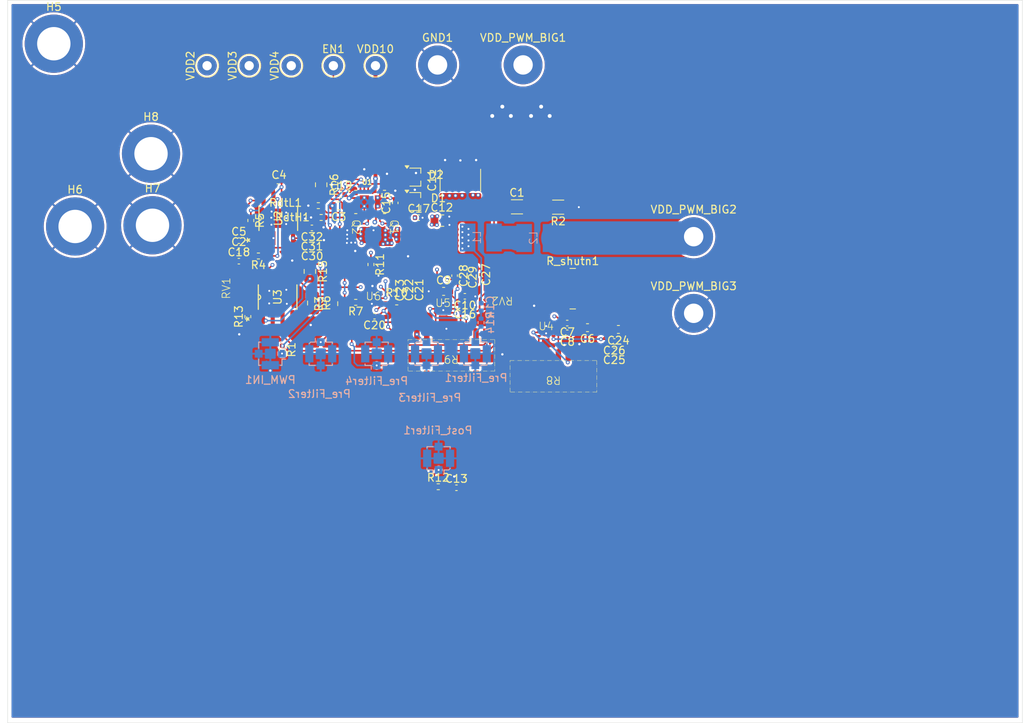
<source format=kicad_pcb>
(kicad_pcb (version 20240108) (generator "pcbnew") (generator_version "8.0")
  (layers (0 "F.Cu" signal) (1 "In1.Cu" power) (2 "In2.Cu" mixed) (31 "B.Cu" power) (34 "B.Paste" user) (35 "F.Paste" user) (36 "B.SilkS" user "B.Silkscreen") (37 "F.SilkS" user "F.Silkscreen") (38 "B.Mask" user) (39 "F.Mask" user) (44 "Edge.Cuts" user))
  (net 0 "")
  (net 1 "GND")
  (net 2 "Net-(U1-DLH)")
  (net 3 "Net-(U1-DHL)")
  (net 4 "/BST1")
  (net 5 "/HS1")
  (net 6 "/HB1")
  (net 7 "/VCC1")
  (net 8 "/VDD10")
  (net 9 "/EN1")
  (net 10 "/LO1")
  (net 11 "Net-(C1-Pad1)")
  (net 12 "/Pre_Filter1")
  (net 13 "/HO1")
  (net 14 "Net-(U1-PWM{slash}LI)")
  (net 15 "Net-(U2-OUTB)")
  (net 16 "Net-(U2-INB-)")
  (net 17 "+5V")
  (net 18 "/VDD_PWM_Big")
  (net 19 "Net-(C13-Pad1)")
  (net 20 "Net-(C14-Pad1)")
  (net 21 "/Post_Filter")
  (net 22 "/PWM_External")
  (net 23 "Net-(U2-INA+)")
  (net 24 "Net-(U2-OUTA)")
  (net 25 "Net-(U3-VS-)")
  (net 26 "-1V")
  (net 27 "Net-(U4-IN-)")
  (net 28 "Net-(R8-Pad10)")
  (net 29 "Net-(R8-Pad11)")
  (net 30 "Net-(R8-Pad15)")
  (net 31 "/V_sens")
  (net 32 "Net-(U4-IN+)")
  (net 33 "Net-(R8-Pad13)")
  (net 34 "/V_ref")
  (net 35 "Net-(U5-OUT)")
  (net 36 "Net-(U5-IN-)")
  (net 37 "Net-(R9-Pad10)")
  (net 38 "Net-(R9-Pad15)")
  (net 39 "Net-(R9-Pad11)")
  (net 40 "Net-(U5-IN+)")
  (net 41 "Net-(R9-Pad13)")
  (net 42 "/PWM_Small")
  (net 44 "/V_Error")
  (net 51 "Net-(C1-Pad2)")
  (net 52 "Net-(U6-IN-)")
  (net 56 "+2V")
  (net 57 "/OUT")
  (net 58 "-2V")
  (net 59 "Net-(T1-AA)")
  (net 60 "Net-(T1-SA)")
  (net 61 "Net-(T1-SB)")
  (net 62 "/V_diffsense")
  (net 63 "Net-(U3-INA-)")
  (net 64 "Net-(U3-INB-)")
  (net 65 "/+I_OUT")
  (net 66 "/-I_OUT")
  (footprint "Resistor_SMD:R_0402_1005Metric" (layer "F.Cu") (at 109.338 44.3894 -90)
    (property "Reference" "R5")
    (property "Value" "150")
  )
  (footprint "Capacitor_SMD:C_0402_1005Metric" (layer "F.Cu") (at 127.946 42.124 90)
    (property "Reference" "C15")
    (property "Value" "1u")
  )
  (footprint "TestPoint:TestPoint_THTPad_D2.5mm_Drill1.2mm" (layer "F.Cu") (at 119.9755 24.443)
    (property "Reference" "EN1")
    (property "Value" "MountingHole_Pad")
  )
  (footprint "MountingHole:MountingHole_2.5mm_Pad_TopBottom" (layer "F.Cu") (at 133.4 24.34)
    (property "Reference" "GND1")
    (property "Value" "MountingHole_Pad")
  )
  (footprint "Package_TO_SOT_SMD:SOT-323_SC-70" (layer "F.Cu") (at 130.51 38.8)
    (property "Reference" "D2")
    (property "Value" "D_Schottky")
  )
  (footprint "Capacitor_SMD:C_0402_1005Metric" (layer "F.Cu") (at 117.206 45.346 180)
    (property "Reference" "C32")
    (property "Value" "10n")
  )
  (footprint "MyFootprints:NOMCT16031" (layer "F.Cu") (at 148.334 64.463 180)
    (property "Reference" "R8")
    (property "Value" "TOMCT16031002ZT1")
  )
  (footprint "Capacitor_SMD:C_0402_1005Metric" (layer "F.Cu") (at 117.235 47.818 180)
    (property "Reference" "C30")
    (property "Value" "10u")
  )
  (footprint "MountingHole:MountingHole_4.3mm_M4_DIN965_Pad_TopBottom" (layer "F.Cu") (at 83.951 21.608)
    (property "Reference" "H5")
    (property "Value" "MountingHole_Pad")
  )
  (footprint "Capacitor_SMD:C_0402_1005Metric" (layer "F.Cu") (at 129.886 53.336 -90)
    (property "Reference" "C21")
    (property "Value" "10u")
  )
  (footprint "Capacitor_SMD:C_0805_2012Metric" (layer "F.Cu") (at 117.387 55.026 -90)
    (property "Reference" "R6")
    (property "Value" "0")
  )
  (footprint "Resistor_SMD:R_0402_1005Metric" (layer "F.Cu") (at 118.4025 44)
    (property "Reference" "RdtH1")
    (property "Value" "1.8M")
  )
  (footprint "Resistor_SMD:R_0402_1005Metric" (layer "F.Cu") (at 108.953 56.777 90)
    (property "Reference" "R13")
    (property "Value" "150")
  )
  (footprint "MyFootprints:NOMCT16031" (layer "F.Cu") (at 135.183 61.761 180)
    (property "Reference" "R9")
    (property "Value" "TOMCT16031002ZT1")
  )
  (footprint "Capacitor_SMD:C_0402_1005Metric" (layer "F.Cu") (at 135.835 78.829)
    (property "Reference" "C13")
    (property "Value" "10n")
  )
  (footprint "TestPoint:TestPoint_THTPad_D2.5mm_Drill1.2mm" (layer "F.Cu") (at 109.1265 24.443 90)
    (property "Reference" "VDD3")
    (property "Value" "MountingHole_Pad")
  )
  (footprint "MyResistors:EPC8009" (layer "F.Cu") (at 127.31 45.261 -90)
    (property "Reference" "Q1")
    (property "Value" "Q_NMOS_GSD")
  )
  (footprint "Capacitor_SMD:C_0805_2012Metric" (layer "F.Cu") (at 116.949 50.9484 -90)
    (property "Reference" "R15")
    (property "Value" "0")
  )
  (footprint "MyFootprints:OPA859QDSGRQ1" (layer "F.Cu") (at 134.11 55.523)
    (property "Reference" "U5")
    (property "Value" "OPA859QDSGRQ1")
  )
  (footprint "MyFootprints:POT_ 3214W-1-201E" (layer "F.Cu") (at 141.738 54.225 180)
    (property "Reference" "RV2")
    (property "Value" "200")
  )
  (footprint "Resistor_SMD:R_0402_1005Metric" (layer "F.Cu") (at 110.316 48.9624 180)
    (property "Reference" "R4")
    (property "Value" "150")
  )
  (footprint "Capacitor_SMD:C_0603_1608Metric" (layer "F.Cu") (at 120.663 42.498 180)
    (property "Reference" "C3")
    (property "Value" "4.7u")
  )
  (footprint "Resistor_SMD:R_1206_3216Metric" (layer "F.Cu") (at 143.634 42.626)
    (property "Reference" "C1")
    (property "Value" "70p")
  )
  (footprint "Capacitor_SMD:C_0402_1005Metric" (layer "F.Cu") (at 135.593 51.494 -90)
    (property "Reference" "C28")
    (property "Value" "1u")
  )
  (footprint "MountingHole:MountingHole_4.3mm_M4_DIN965_Pad_TopBottom" (layer "F.Cu") (at 86.698 45.159)
    (property "Reference" "H6")
    (property "Value" "MountingHole_Pad")
  )
  (footprint "Capacitor_SMD:C_0402_1005Metric" (layer "F.Cu") (at 127.385 53.376 -90)
    (property "Reference" "C23")
    (property "Value" "10n")
  )
  (footprint "MountingHole:MountingHole_4.3mm_M4_DIN965_Pad_TopBottom" (layer "F.Cu") (at 96.478 35.779)
    (property "Reference" "H8")
    (property "Value" "MountingHole_Pad")
  )
  (footprint "Capacitor_SMD:C_0402_1005Metric" (layer "F.Cu") (at 120.95 41.048)
    (property "Reference" "C19")
    (property "Value" "1u")
  )
  (footprint "Capacitor_SMD:C_0402_1005Metric" (layer "F.Cu") (at 117.206 46.569 180)
    (property "Reference" "C31")
    (property "Value" "1u")
  )
  (footprint "Capacitor_SMD:C_0603_1608Metric" (layer "F.Cu") (at 152.722 58.2 180)
    (property "Reference" "C6")
    (property "Value" "10u")
  )
  (footprint "TestPoint:TestPoint_THTPad_D2.5mm_Drill1.2mm" (layer "F.Cu") (at 114.551 24.443 90)
    (property "Reference" "VDD4")
    (property "Value" "MountingHole_Pad")
  )
  (footprint "MyFootprints:POT_ 3214W-1-201E" (layer "F.Cu") (at 106.677 53.1244 90)
    (property "Reference" "RV1")
    (property "Value" "200")
  )
  (footprint "Resistor_SMD:R_0402_1005Metric" (layer "F.Cu") (at 128.14 54.881)
    (property "Reference" "R10")
    (property "Value" "150")
  )
  (footprint "MyFootprints:OPA859QDSGRQ1" (layer "F.Cu") (at 147.397 58.52)
    (property "Reference" "U4")
    (property "Value" "OPA859QDSGRQ1")
  )
  (footprint "Capacitor_SMD:C_0603_1608Metric" (layer "F.Cu") (at 138.226 51.37 -90)
    (property "Reference" "C27")
    (property "Value" "10u")
  )
  (footprint "Capacitor_SMD:C_0402_1005Metric" (layer "F.Cu") (at 136.763 51.701 -90)
    (property "Reference" "C29")
    (property "Value" "10n")
  )
  (footprint "Capacitor_SMD:C_0402_1005Metric" (layer "F.Cu") (at 107.798 46.9824)
    (property "Reference" "C5")
    (property "Value" "10n")
  )
  (footprint "Capacitor_SMD:C_0402_1005Metric" (layer "F.Cu") (at 128.573 53.336 -90)
    (property "Reference" "C22")
    (property "Value" "1u")
  )
  (footprint "Capacitor_SMD:C_0402_1005Metric" (layer "F.Cu") (at 150.109 57.605 180)
    (property "Reference" "C7")
    (property "Value" "1u")
  )
  (footprint "Resistor_SMD:R_0402_1005Metric" (layer "F.Cu") (at 118.036 42.474)
    (property "Reference" "RdtL1")
    (property "Value" "1.8M")
  )
  (footprint "Capacitor_SMD:C_0402_1005Metric" (layer "F.Cu") (at 156.171 61.204 180)
    (property "Reference" "C25")
    (property "Value" "1u")
  )
  (footprint "Capacitor_SMD:C_0402_1005Metric" (layer "F.Cu") (at 156.171 59.976 180)
    (property "Reference" "C26")
    (property "Value" "10n")
  )
  (footprint "Capacitor_SMD:C_0402_1005Metric" (layer "F.Cu") (at 136.918 54.158 180)
    (property "Reference" "C10")
    (property "Value" "1u")
  )
  (footprint "Capacitor_SMD:C_0805_2012Metric" (layer "F.Cu") (at 119.802 55.107 90)
    (property "Reference" "R3")
    (property "Value" "0")
  )
  (footprint "MountingHole:MountingHole_2.5mm_Pad_TopBottom" (layer "F.Cu") (at 166.402 56.349)
    (property "Reference" "VDD_PWM_BIG3")
    (property "Value" "MountingHole_Pad")
  )
  (footprint "MyResistors:EPC8009" (layer "F.Cu") (at 122.406 45.251 -90)
    (property "Reference" "Q2")
    (property "Value" "Q_NMOS_GSD")
  )
  (footprint "Capacitor_SMD:C_0603_1608Metric" (layer "F.Cu") (at 134.184 53.52)
    (property "Reference" "C9")
    (property "Value" "10u")
  )
  (footprint "Capacitor_SMD:C_0402_1005Metric" (layer "F.Cu") (at 112.819 39.2984 180)
    (property "Reference" "C4")
    (property "Value" "27p")
  )
  (footprint "Resistor_SMD:R_1020_2550Metric_Pad1.33x5.20mm_HandSolder" (layer "F.Cu") (at 150.8195 53.174)
    (property "Reference" "R_shutn1")
    (property "Value" "0.1")
  )
  (footprint "Capacitor_SMD:C_0402_1005Metric" (layer "F.Cu") (at 107.798 48.3069)
    (property "Reference" "C2")
    (property "Value" "10u")
  )
  (footprint "Resistor_SMD:R_0402_1005Metric" (layer "F.Cu") (at 113.403 61.039 -90)
    (property "Reference" "R1")
    (property "Value" "49.9")
  )
  (footprint "Resistor_SMD:R_0402_1005Metric" (layer "F.Cu") (at 124.815 50.06 -90)
    (property "Reference" "R11")
    (property "Value" "10k")
  )
  (footprint "Drivers:IC_LMG1210RVRR" (layer "F.Cu") (at 124.7125 42)
    (property "Reference" "U1")
    (property "Value" "LMG1210RVRR")
  )
  (footprint "Package_TO_SOT_SMD:SOT-323_SC-70" (layer "F.Cu") (at 130.5 41.95)
    (property "Reference" "D1")
    (property "Value" "D_Schottky")
  )
  (footprint "Resistor_SMD:R_0402_1005Metric" (layer "F.Cu") (at 133.493 78.699)
    (property "Reference" "R12")
    (property "Value" "49.9")
  )
  (footprint "Capacitor_SMD:C_0603_1608Metric" (layer "F.Cu") (at 156.704 58.425 180)
    (property "Reference" "C24")
    (property "Value" "10u")
  )
  (footprint "TestPoint:TestPoint_THTPad_D2.5mm_Drill1.2mm" (layer "F.Cu") (at 103.702 24.443 90)
    (property "Reference" "VDD2")
    (property "Value" "MountingHole_Pad")
  )
  (footprint "footprints:DDA8_3X2P49" (layer "F.Cu") (at 112.791 54.2614 90)
    (property "Reference" "U3")
    (property "Value" "OPA2677IDDA")
  )
  (footprint "Capacitor_SMD:C_0402_1005Metric" (layer "F.Cu") (at 150.118 58.864 180)
    (property "Reference" "C8")
    (property "Value" "10n")
  )
  (footprint "Capacitor_SMD:C_0805_2012Metric" (layer "F.Cu") (at 118.404 39.786 -90)
    (property "Reference" "R16")
    (property "Value" "0")
  )
  (footprint "Capacitor_SMD:C_0402_1005Metric" (layer "F.Cu") (at 130.975 44.022)
    (property "Reference" "C17")
    (property "Value" "1u")
  )
  (footprint "MountingHole:MountingHole_4.3mm_M4_DIN965_Pad_TopBottom" (layer "F.Cu") (at 96.667 45.005)
    (property "Reference" "H7")
    (property "Value" "MountingHole_Pad")
  )
  (footprint "Capacitor_SMD:C_0402_1005Metric" (layer "F.Cu") (at 107.798 49.6314)
    (property "Reference" "C18")
    (property "Value" "1u")
  )
  (footprint "MyFootprints:OPA859QDSGRQ1" (layer "F.Cu") (at 125.136 54.654)
    (property "Reference" "U6")
    (property "Value" "OPA859QDSGRQ1")
  )
  (footprint "Capacitor_SMD:C_0402_1005Metric" (layer "F.Cu") (at 136.918 55.317 180)
    (property "Reference" "C16")
    (property "Value" "10n")
  )
  (footprint "footprints:DDA8_3X2P49" (layer "F.Cu") (at 112.878 44.0994 90)
    (property "Reference" "U2")
    (property "Value" "OPA2677IDDA")
  )
  (footprint "Capacitor_SMD:C_2220_5750Metric" (layer "F.Cu") (at 136.34 39.196 90)
    (property "Reference" "C11")
    (property "Value" "10u")
  )
  (footprint "Resistor_SMD:R_0402_1005Metric" (layer "F.Cu") (at 122.856 54.933 180)
    (property "Reference" "R7")
    (property "Value" "150")
  )
  (footprint "MountingHole:MountingHole_2.5mm_Pad_TopBottom" (layer "F.Cu") (at 166.402 46.471)
    (property "Reference" "VDD_PWM_BIG2")
    (property "Value" "MountingHole_Pad")
  )
  (footprint "Capacitor_SMD:C_0805_2012Metric" (layer "F.Cu") (at 133.95 44.4)
    (property "Reference" "C12")
    (property "Value" "10n")
  )
  (footprint "MountingHole:MountingHole_2.5mm_Pad_TopBottom" (layer "F.Cu") (at 144.422 24.34)
    (property "Reference" "VDD_PWM_BIG1")
    (property "Value" "MountingHole_Pad")
  )
  (footprint "Resistor_SMD:R_1206_3216Metric" (layer "F.Cu") (at 148.944 42.669 180)
    (property "Reference" "R2")
    (property "Value" "200")
  )
  (footprint "Capacitor_SMD:C_0402_1005Metric" (layer "F.Cu") (at 125.273 56.722 180)
    (property "Reference" "C20")
    (property "Value" "30p")
  )
  (footprint "TestPoint:TestPoint_THTPad_D2.5mm_Drill1.2mm" (layer "F.Cu") (at 125.4 24.443)
    (property "Reference" "VDD10")
    (property "Value" "MountingHole_Pad")
  )
  (footprint "Resistor_SMD:R_0402_1005Metric" (layer "B.Cu") (at 139.007 57.55 90)
    (property "Reference" "R14")
    (property "Value" "49.9")
  )
  (footprint "Connector_Coaxial:U.FL_Molex_MCRF_73412-0110_Vertical" (layer "B.Cu") (at 111.849 61.557 -90)
    (property "Reference" "PWM_IN1")
    (property "Value" "Conn_Coaxial")
  )
  (footprint "MyFootprints:INductor_744060421" (layer "B.Cu") (at 138.979 46.583 -90)
    (property "Reference" "L1")
    (property "Value" "1u")
  )
  (footprint "MyFootprints:INductor_744060421" (layer "B.Cu") (at 146.257 46.645 -90)
    (property "Reference" "L2")
    (property "Value" "1.5u")
  )
  (footprint "Connector_Coaxial:U.FL_Molex_MCRF_73412-0110_Vertical" (layer "B.Cu") (at 133.537 75.035 180)
    (property "Reference" "Post_Filter1")
    (property "Value" "Conn_Coaxial")
  )
  (footprint "Connector_Coaxial:U.FL_Molex_MCRF_73412-0110_Vertical" (layer "B.Cu") (at 125.555 61.568 180)
    (property "Reference" "Pre_Filter4")
    (property "Value" "Conn_Coaxial")
  )
  (footprint "Capacitor_SMD:C_0402_1005Metric" (layer "B.Cu") (at 139.023 55.524 90)
    (property "Reference" "C14")
    (property "Value" "10n")
  )
  (footprint "Connector_Coaxial:U.FL_Molex_MCRF_73412-0110_Vertical" (layer "B.Cu") (at 138.271 61.544)
    (property "Reference" "Pre_Filter1")
    (property "Value" "Conn_Coaxial")
  )
  (footprint "Connector_Coaxial:U.FL_Molex_MCRF_73412-0110_Vertical" (layer "B.Cu") (at 131.978 61.558)
    (property "Reference" "Pre_Filter3")
    (property "Value" "Conn_Coaxial")
  )
  (footprint "Connector_Coaxial:U.FL_Molex_MCRF_73412-0110_Vertical" (layer "B.Cu") (at 118.348 61.561)
    (property "Reference" "Pre_Filter2")
    (property "Value" "Conn_Coaxial")
  )
  (gr_rect (start 78 16) (end 208.766 109.129) (stroke (width 0.05)) (fill none) (layer "Edge.Cuts"))
  (segment (start 137.398 54.158) (end 138.252 54.158) (width 0.2) (layer "F.Cu") (net 1))
  (segment (start 131.455 44.022) (end 131.467 44.034) (width 0.2) (layer "F.Cu") (net 1))
  (segment (start 112.243 46.6648) (end 112.2462 46.6648) (width 0.2) (layer "F.Cu") (net 1))
  (segment (start 151.605 42.669) (end 150.4065 42.669) (width 0.2) (layer "F.Cu") (net 1))
  (segment (start 138.252 54.158) (end 138.266 54.172) (width 0.2) (layer "F.Cu") (net 1))
  (segment (start 134.11 55.913) (end 134.141 55.944) (width 0.2) (layer "F.Cu") (net 1))
  (segment (start 135.525 77.378) (end 135.55 77.378) (width 0.2) (layer "F.Cu") (net 1))
  (segment (start 124.601 55.408) (end 125.136 54.873) (width 0.2) (layer "F.Cu") (net 1))
  (segment (start 134.546 58.336) (end 134.542 58.34) (width 0.2) (layer "F.Cu") (net 1))
  (segment (start 124.186 55.404) (end 124.597 55.404) (width 0.2) (layer "F.Cu") (net 1))
  (segment (start 112.878 44.0994) (end 111.914 44.0994) (width 0.2) (layer "F.Cu") (net 1))
  (segment (start 112.878 43.4644) (end 112.891 43.4514) (width 0.2) (layer "F.Cu") (net 1))
  (segment (start 125.009 52.83) (end 125.009 54.527) (width 0.2) (layer "F.Cu") (net 1))
  (segment (start 133.409 53.52) (end 132.267 53.52) (width 0.2) (layer "F.Cu") (net 1))
  (segment (start 112.878 44.7924) (end 112.891 44.8054) (width 0.2) (layer "F.Cu") (net 1))
  (segment (start 123.9625 43.4) (end 123.9625 42.6) (width 0.2) (layer "F.Cu") (net 1))
  (segment (start 124.597 55.404) (end 124.601 55.408) (width 0.2) (layer "F.Cu") (net 1))
  (segment (start 147.397 58.52) (end 147.397 59.065) (width 0.2) (layer "F.Cu") (net 1))
  (segment (start 138.205 55.307) (end 138.195 55.317) (width 0.2) (layer "F.Cu") (net 1))
  (segment (start 125.787 51.507) (end 125.752 51.507) (width 0.2) (layer "F.Cu") (net 1))
  (segment (start 134.11 55.523) (end 134.11 55.913) (width 0.2) (layer "F.Cu") (net 1))
  (segment (start 147.713 61.024) (end 147.713 58.836) (width 0.2) (layer "F.Cu") (net 1))
  (segment (start 122.8125 42) (end 123.9625 42) (width 0.2) (layer "F.Cu") (net 1))
  (segment (start 112.2462 46.6648) (end 112.252 46.659) (width 0.2) (layer "F.Cu") (net 1))
  (segment (start 117.526 42.474) (end 116.746 42.474) (width 0.2) (layer "F.Cu") (net 1))
  (segment (start 147.397 58.52) (end 147.397 58.001) (width 0.2) (layer "F.Cu") (net 1))
  (segment (start 132.267 53.52) (end 132.262 53.515) (width 0.2) (layer "F.Cu") (net 1))
  (segment (start 120.47 41.048) (end 120.47 40.333) (width 0.2) (layer "F.Cu") (net 1))
  (segment (start 134.11 55.523) (end 134.11 55.045) (width 0.2) (layer "F.Cu") (net 1))
  (segment (start 111.914 44.0994) (end 111.895 44.1184) (width 0.2) (layer "F.Cu") (net 1))
  (segment (start 147.397 58.001) (end 147.396 58) (width 0.2) (layer "F.Cu") (net 1))
  (segment (start 125.752 51.507) (end 124.815 50.57) (width 0.2) (layer "F.Cu") (net 1))
  (segment (start 112.878 44.0994) (end 112.878 44.7924) (width 0.2) (layer "F.Cu") (net 1))
  (segment (start 134.548 58.336) (end 134.546 58.336) (width 0.2) (layer "F.Cu") (net 1))
  (segment (start 147.397 59.065) (end 147.602 59.27) (width 0.2) (layer "F.Cu") (net 1))
  (segment (start 125.136 54.873) (end 125.136 54.654) (width 0.2) (layer "F.Cu") (net 1))
  (segment (start 125.009 54.527) (end 125.136 54.654) (width 0.2) (layer "F.Cu") (net 1))
  (segment (start 138.195 55.317) (end 137.398 55.317) (width 0.2) (layer "F.Cu") (net 1))
  (segment (start 147.713 58.836) (end 147.397 58.52) (width 0.2) (layer "F.Cu") (net 1))
  (segment (start 117.8925 44) (end 117.1 44) (width 0.2) (layer "F.Cu") (net 1))
  (segment (start 125.136 55.146) (end 125.146 55.156) (width 0.2) (layer "F.Cu") (net 1))
  (segment (start 134.11 55.045) (end 134.128 55.027) (width 0.2) (layer "F.Cu") (net 1))
  (segment (start 131.467 44.034) (end 131.468 44.034) (width 0.2) (layer "F.Cu") (net 1))
  (segment (start 120.47 40.333) (end 120.544 40.259) (width 0.2) (layer "F.Cu") (net 1))
  (segment (start 112.878 44.0994) (end 112.878 43.4644) (width 0.2) (layer "F.Cu") (net 1))
  (segment (start 120.175 42.493) (end 120.182 42.5) (width 0.2) (layer "F.Cu") (net 1))
  (segment (start 147.699 61.038) (end 147.713 61.024) (width 0.2) (layer "F.Cu") (net 1))
  (via (at 132.23 76.685) (size 0.6) (drill 0.3) (layers "F.Cu" "B.Cu") (net 1))
  (via (at 136.34 36.646) (size 0.6) (drill 0.3) (layers "F.Cu" "B.Cu") (net 1))
  (via (at 121.766 45.651) (size 0.5) (drill 0.25) (layers "F.Cu" "B.Cu") (net 1))
  (via (at 121.766 46.741) (size 0.5) (drill 0.25) (layers "F.Cu" "B.Cu") (net 1))
  (via (at 122.792215 48.315193) (size 0.6) (drill 0.3) (layers "F.Cu" "B.Cu") (net 1))
  (via (at 111.975 44.0244) (size 0.5) (drill 0.25) (layers "F.Cu" "B.Cu") (net 1))
  (via (at 134.91 43.886) (size 0.5) (drill 0.25) (layers "F.Cu" "B.Cu") (net 1))
  (via (at 125.787 51.507) (size 0.5) (drill 0.25) (layers "F.Cu" "B.Cu") (net 1))
  (via (at 131.468 44.034) (size 0.5) (drill 0.25) (layers "F.Cu" "B.Cu") (net 1))
  (via (at 145.844 55.376) (size 0.6) (drill 0.3) (layers "F.Cu" "B.Cu") (net 1))
  (via (at 151.605 42.669) (size 0.5) (drill 0.25) (layers "F.Cu" "B.Cu") (net 1))
  (via (at 126.882804 38.372438) (size 0.6) (drill 0.3) (layers "F.Cu" "B.Cu") (net 1))
  (via (at 135.55 77.378) (size 0.6) (drill 0.3) (layers "F.Cu" "B.Cu") (net 1))
  (via (at 130.62 38.27) (size 0.6) (drill 0.3) (layers "F.Cu" "B.Cu") (net 1))
  (via (at 117.056 57.855) (size 0.6) (drill 0.3) (layers "F.Cu" "B.Cu") (net 1))
  (via (at 134.542 58.34) (size 0.5) (drill 0.25) (layers "F.Cu" "B.Cu") (net 1))
  (via (at 149.733 60.434) (size 0.6) (drill 0.3) (layers "F.Cu" "B.Cu") (net 1))
  (via (at 123.956 37.785) (size 0.6) (drill 0.3) (layers "F.Cu" "B.Cu") (net 1))
  (via (at 147.389 58.93) (size 0.5) (drill 0.25) (layers "F.Cu" "B.Cu") (net 1))
  (via (at 132.262 53.515) (size 0.5) (drill 0.25) (layers "F.Cu" "B.Cu") (net 1))
  (via (at 147.396 58) (size 0.5) (drill 0.25) (layers "F.Cu" "B.Cu") (net 1))
  (via (at 121.716 47.281) (size 0.5) (drill 0.25) (layers "F.Cu" "B.Cu") (net 1))
  (via (at 138.205 55.307) (size 0.5) (drill 0.25) (layers "F.Cu" "B.Cu") (net 1))
  (via (at 111.994 44.9334) (size 0.5) (drill 0.25) (layers "F.Cu" "B.Cu") (net 1))
  (via (at 111.715 53.455) (size 0.5) (drill 0.25) (layers "F.Cu" "B.Cu") (net 1))
  (via (at 134.128 55.027) (size 0.5) (drill 0.25) (layers "F.Cu" "B.Cu") (net 1))
  (via (at 141.747 29.719) (size 1) (drill 0.5) (layers "F.Cu" "B.Cu") (net 1))
  (via (at 151.673 60.326) (size 0.6) (drill 0.3) (layers "F.Cu" "B.Cu") (net 1))
  (via (at 116.746 42.474) (size 0.6) (drill 0.3) (layers "F.Cu" "B.Cu") (net 1))
  (via (at 121.746 46.211) (size 0.5) (drill 0.25) (layers "F.Cu" "B.Cu") (net 1))
  (via (at 142.847 30.919) (size 1) (drill 0.5) (layers "F.Cu" "B.Cu") (net 1))
  (via (at 124.936 55.126) (size 0.5) (drill 0.25) (layers "F.Cu" "B.Cu") (net 1))
  (via (at 111.849 63.732) (size 0.6) (drill 0.3) (layers "F.Cu" "B.Cu") (net 1))
  (via (at 122.276 47.241) (size 0.5) (drill 0.25) (layers "F.Cu" "B.Cu") (net 1))
  (via (at 118.757 46.917) (size 0.6) (drill 0.3) (layers "F.Cu" "B.Cu") (net 1))
  (via (at 130.472 40.429) (size 0.6) (drill 0.3) (layers "F.Cu" "B.Cu") (net 1))
  (via (at 125.009 52.83) (size 0.6) (drill 0.3) (layers "F.Cu" "B.Cu") (net 1))
  (via (at 141.751 61.635) (size 0.6) (drill 0.3) (layers "F.Cu" "B.Cu") (net 1))
  (via (at 112.252 46.659) (size 0.5) (drill 0.25) (layers "F.Cu" "B.Cu") (net 1))
  (via (at 119.8 39.762) (size 0.6) (drill 0.3) (layers "F.Cu" "B.Cu") (net 1))
  (via (at 122.786 47.241) (size 0.5) (drill 0.25) (layers "F.Cu" "B.Cu") (net 1))
  (via (at 125.23 53.916) (size 0.5) (drill 0.25) (layers "F.Cu" "B.Cu") (net 1))
  (via (at 134.141 55.944) (size 0.5) (drill 0.25) (layers "F.Cu" "B.Cu") (net 1))
  (via (at 116.35 44.143) (size 0.6) (drill 0.3) (layers "F.Cu" "B.Cu") (net 1))
  (via (at 140.447 30.919) (size 1) (drill 0.5) (layers "F.Cu" "B.Cu") (net 1))
  (via (at 107.845 59.056) (size 0.6) (drill 0.3) (layers "F.Cu" "B.Cu") (net 1))
  (via (at 127.954 40.551) (size 0.6) (drill 0.3) (layers "F.Cu" "B.Cu") (net 1))
  (via (at 129.6 49) (size 0.6) (drill 0.3) (layers "F.Cu" "B.Cu") (net 1))
  (via (at 117.1 44) (size 0.6) (drill 0.3) (layers "F.Cu" "B.Cu") (net 1))
  (via (at 145.447 30.919) (size 1) (drill 0.5) (layers "F.Cu" "B.Cu") (net 1))
  (via (at 113.892 44.8484) (size 0.5) (drill 0.25) (layers "F.Cu" "B.Cu") (net 1))
  (via (at 147.847 30.919) (size 1) (drill 0.5) (layers "F.Cu" "B.Cu") (net 1))
  (via (at 134.931 44.959) (size 0.5) (drill 0.25) (layers "F.Cu" "B.Cu") (net 1))
  (via (at 119.838 42.491) (size 0.6) (drill 0.3) (layers "F.Cu" "B.Cu") (net 1))
  (via (at 124.4 38.9) (size 0.6) (drill 0.3) (layers "F.Cu" "B.Cu") (net 1))
  (via (at 113.977 55.123) (size 0.5) (drill 0.25) (layers "F.Cu" "B.Cu") (net 1))
  (via (at 134.37 36.601) (size 0.6) (drill 0.3) (layers "F.Cu" "B.Cu") (net 1))
  (via (at 138.37 36.601) (size 0.6) (drill 0.3) (layers "F.Cu" "B.Cu") (net 1))
  (via (at 113.897 43.3644) (size 0.5) (drill 0.25) (layers "F.Cu" "B.Cu") (net 1))
  (via (at 120.544 40.259) (size 0.5) (drill 0.25) (layers "F.Cu" "B.Cu") (net 1))
  (via (at 118.711 45.266) (size 0.6) (drill 0.3) (layers "F.Cu" "B.Cu") (net 1))
  (via (at 146.747 29.719) (size 1) (drill 0.5) (layers "F.Cu" "B.Cu") (net 1))
  (via (at 113.897 44.0804) (size 0.5) (drill 0.25) (layers "F.Cu" "B.Cu") (net 1))
  (via (at 138.266 54.172) (size 0.5) (drill 0.25) (layers "F.Cu" "B.Cu") (net 1))
  (via (at 112.013 43.2324) (size 0.5) (drill 0.25) (layers "F.Cu" "B.Cu") (net 1))
  (via (at 125.148 45.649) (size 0.5) (drill 0.25) (layers "F.Cu" "B.Cu") (net 1))
  (via (at 114.673 49.553) (size 0.6) (drill 0.3) (layers "F.Cu" "B.Cu") (net 1))
  (via (at 111.706 55.076) (size 0.5) (drill 0.25) (layers "F.Cu" "B.Cu") (net 1))
  (via (at 113.913 53.318) (size 0.5) (drill 0.25) (layers "F.Cu" "B.Cu") (net 1))
  (segment (start 111.849 63.032) (end 111.849 63.732) (width 0.2) (layer "B.Cu") (net 1))
  (segment (start 111.349 62.532) (end 111.849 63.032) (width 0.2) (layer "B.Cu") (net 1))
  (segment (start 123.4625 43.4) (end 123.4625 43.893433) (width 0.2) (layer "F.Cu") (net 2))
  (segment (start 123.355933 44) (end 118.9125 44) (width 0.2) (layer "F.Cu") (net 2))
  (segment (start 123.4625 43.893433) (end 123.355933 44) (width 0.2) (layer "F.Cu") (net 2))
  (segment (start 122.8125 43.2245) (end 122.66 43.377) (width 0.2) (layer "F.Cu") (net 3))
  (segment (start 122.66 43.377) (end 119.817 43.377) (width 0.2) (layer "F.Cu") (net 3))
  (segment (start 119.817 43.377) (end 119.131 43.377) (width 0.2) (layer "F.Cu") (net 3))
  (segment (start 122.8125 43) (end 122.8125 43.2245) (width 0.2) (layer "F.Cu") (net 3))
  (segment (start 118.546 42.792) (end 118.546 42.474) (width 0.2) (layer "F.Cu") (net 3))
  (segment (start 119.131 43.377) (end 118.546 42.792) (width 0.2) (layer "F.Cu") (net 3))
  (segment (start 129.5 40.946) (end 128.107 39.553) (width 0.2) (layer "F.Cu") (net 4))
  (segment (start 129.51 38.15) (end 128.107 39.553) (width 0.2) (layer "F.Cu") (net 4))
  (segment (start 124.913 39.677) (end 127.983 39.677) (width 0.2) (layer "F.Cu") (net 4))
  (segment (start 129.5 41.3) (end 129.5 40.946) (width 0.2) (layer "F.Cu") (net 4))
  (segment (start 124.4625 40.1375) (end 124.4625 40.6) (width 0.2) (layer "F.Cu") (net 4))
  (segment (start 124.66352 39.93648) (end 124.66352 39.92648) (width 0.2) (layer "F.Cu") (net 4))
  (segment (start 124.66352 39.93648) (end 124.4625 40.1375) (width 0.2) (layer "F.Cu") (net 4))
  (segment (start 127.983 39.677) (end 128.107 39.553) (width 0.2) (layer "F.Cu") (net 4))
  (segment (start 124.66352 39.92648) (end 124.913 39.677) (width 0.2) (layer "F.Cu") (net 4))
  (segment (start 125.7875 41.5) (end 125.6875 41.4) (width 0.2) (layer "F.Cu") (net 5))
  (segment (start 124.815 49.55) (end 124.815 48.538) (width 0.2) (layer "F.Cu") (net 5))
  (segment (start 125.9625 41.125) (end 125.6875 41.4) (width 0.2) (layer "F.Cu") (net 5))
  (segment (start 126.6325 41.52) (end 126.6125 41.5) (width 0.2) (layer "F.Cu") (net 5))
  (segment (start 127.772182 41.65) (end 127.622182 41.5) (width 0.2) (layer "F.Cu") (net 5))
  (segment (start 125.4625 44.4515) (end 125.4625 43.4) (width 0.2) (layer "F.Cu") (net 5))
  (segment (start 125.4625 43.4) (end 125.4625 42.225) (width 0.2) (layer "F.Cu") (net 5))
  (segment (start 125.317 44.597) (end 125.4625 44.4515) (width 0.2) (layer "F.Cu") (net 5))
  (segment (start 127.622182 41.5) (end 127.318 41.5) (width 0.2) (layer "F.Cu") (net 5))
  (segment (start 126.6125 42) (end 125.6875 42) (width 0.2) (layer "F.Cu") (net 5))
  (segment (start 128 41.65) (end 127.772182 41.65) (width 0.2) (layer "F.Cu") (net 5))
  (segment (start 125.9625 40.6) (end 125.9625 41.125) (width 0.2) (layer "F.Cu") (net 5))
  (segment (start 126.6125 41.5) (end 126.1875 41.5) (width 0.2) (layer "F.Cu") (net 5))
  (segment (start 126.1875 41.5) (end 125.6875 42) (width 0.2) (layer "F.Cu") (net 5))
  (segment (start 125.4625 42.225) (end 125.6875 42) (width 0.2) (layer "F.Cu") (net 5))
  (segment (start 126.6125 41.5) (end 127.318 41.5) (width 0.2) (layer "F.Cu") (net 5))
  (via (at 125.317 44.597) (size 0.6) (drill 0.3) (layers "F.Cu" "B.Cu") (net 5))
  (via (at 127.318 41.5) (size 0.5) (drill 0.25) (layers "F.Cu" "B.Cu") (net 5))
  (via (at 137.386 45.477) (size 0.5) (drill 0.25) (layers "F.Cu" "B.Cu") (net 5))
  (via (at 123.56 45.49) (size 0.5) (drill 0.25) (layers "F.Cu" "B.Cu") (net 5))
  (via (at 126.68 46.851) (size 0.5) (drill 0.25) (layers "F.Cu" "B.Cu") (net 5))
  (via (at 137.386 47.703) (size 0.5) (drill 0.25) (layers "F.Cu" "B.Cu") (net 5))
  (via (at 127.49 47.311) (size 0.5) (drill 0.25) (layers "F.Cu" "B.Cu") (net 5))
  (via (at 126.68 46.251) (size 0.5) (drill 0.25) (layers "F.Cu" "B.Cu") (net 5))
  (via (at 124.815 48.538) (size 0.5) (drill 0.25) (layers "F.Cu" "B.Cu") (net 5))
  (via (at 137.386 46.961) (size 0.5) (drill 0.25) (layers "F.Cu" "B.Cu") (net 5))
  (via (at 123.494 46.136) (size 0.5) (drill 0.25) (layers "F.Cu" "B.Cu") (net 5))
  (via (at 123.488 46.717) (size 0.5) (drill 0.25) (layers "F.Cu" "B.Cu") (net 5))
  (via (at 136.602 46.5925) (size 0.5) (drill 0.25) (layers "F.Cu" "B.Cu") (net 5))
  (via (at 126.68 45.671) (size 0.5) (drill 0.25) (layers "F.Cu" "B.Cu") (net 5))
  (via (at 136.602 48.007) (size 0.5) (drill 0.25) (layers "F.Cu" "B.Cu") (net 5))
  (via (at 126.39 47.411) (size 0.5) (drill 0.25) (layers "F.Cu" "B.Cu") (net 5))
  (via (at 136.602 47.29975) (size 0.5) (drill 0.25) (layers "F.Cu" "B.Cu") (net 5))
  (via (at 136.602 45.88525) (size 0.5) (drill 0.25) (layers "F.Cu" "B.Cu") (net 5))
  (via (at 136.602 45.178) (size 0.5) (drill 0.25) (layers "F.Cu" "B.Cu") (net 5))
  (via (at 126.96 47.291) (size 0.5) (drill 0.25) (layers "F.Cu" "B.Cu") (net 5))
  (via (at 123.606 47.301) (size 0.5) (drill 0.25) (layers "F.Cu" "B.Cu") (net 5))
  (via (at 137.386 46.219) (size 0.5) (drill 0.25) (layers "F.Cu" "B.Cu") (net 5))
  (segment (start 139.024 55.243) (end 139.024 49.232) (width 0.2) (layer "B.Cu") (net 5))
  (segment (start 137.279 47.467) (end 137.279 46.583) (width 0.2) (layer "B.Cu") (net 5))
  (segment (start 139.024 49.232) (end 139.034 49.222) (width 0.2) (layer "B.Cu") (net 5))
  (segment (start 139.034 49.222) (end 137.279 47.467) (width 0.2) (layer "B.Cu") (net 5))
  (segment (start 130.105 43.345) (end 131.5 41.95) (width 0.2) (layer "F.Cu") (net 6))
  (segment (start 127.946 42.604) (end 128.044 42.604) (width 0.2) (layer "F.Cu") (net 6))
  (segment (start 128.785 43.345) (end 130.105 43.345) (width 0.2) (layer "F.Cu") (net 6))
  (segment (start 126.6325 42.48) (end 126.6125 42.5) (width 0.2) (layer "F.Cu") (net 6))
  (segment (start 131.5 38.81) (end 131.51 38.8) (width 0.2) (layer "F.Cu") (net 6))
  (segment (start 131.5 41.95) (end 131.5 38.81) (width 0.2) (layer "F.Cu") (net 6))
  (segment (start 126.6125 42.5) (end 127.842 42.5) (width 0.2) (layer "F.Cu") (net 6))
  (segment (start 128.044 42.604) (end 128.785 43.345) (width 0.2) (layer "F.Cu") (net 6))
  (segment (start 127.842 42.5) (end 127.946 42.604) (width 0.2) (layer "F.Cu") (net 6))
  (segment (start 121.48 42.5) (end 120.642 41.662) (width 0.2) (layer "F.Cu") (net 7))
  (segment (start 120.642 41.662) (end 119.7495 41.662) (width 0.2) (layer "F.Cu") (net 7))
  (segment (start 122.8125 42.5) (end 121.48 42.5) (width 0.2) (layer "F.Cu") (net 7))
  (segment (start 119.7495 41.662) (end 119 40.9125) (width 0.2) (layer "F.Cu") (net 7))
  (segment (start 121.5 41) (end 122 41.5) (width 0.2) (layer "F.Cu") (net 8))
  (segment (start 125.4 39) (end 125.4 24.5) (width 0.5) (layer "F.Cu") (net 8))
  (segment (start 122.8125 41.5) (end 122 41.5) (width 0.2) (layer "F.Cu") (net 8))
  (via (at 122 41.5) (size 0.6) (drill 0.3) (layers "F.Cu" "B.Cu") (net 8))
  (via (at 125.4 39) (size 0.6) (drill 0.3) (layers "F.Cu" "B.Cu") (net 8))
  (segment (start 122.8 40.7) (end 124.775 40.7) (width 0.5) (layer "B.Cu") (net 8))
  (segment (start 122 41.5) (end 122.8 40.7) (width 0.5) (layer "B.Cu") (net 8))
  (segment (start 125.4 40.075) (end 125.4 39) (width 0.5) (layer "B.Cu") (net 8))
  (segment (start 124.775 40.7) (end 125.4 40.075) (width 0.5) (layer "B.Cu") (net 8))
  (segment (start 123.9625 39.5275) (end 123.9625 40.6) (width 0.2) (layer "F.Cu") (net 9))
  (segment (start 123.0875 39.0875) (end 123.075 39.1) (width 0.15) (layer "F.Cu") (net 9))
  (segment (start 120.799 49.862) (end 121.43 50.493) (width 0.2) (layer "F.Cu") (net 9))
  (segment (start 118.348 60.061) (end 121.43 56.979) (width 0.2) (layer "F.Cu") (net 9))
  (segment (start 123.075 39.1) (end 120.8125 39.1) (width 0.15) (layer "F.Cu") (net 9))
  (segment (start 119.9755 24.443) (end 119.9755 39.042) (width 0.2) (layer "F.Cu") (net 9))
  (segment (start 121.43 56.979) (end 121.43 53.69) (width 0.2) (layer "F.Cu") (net 9))
  (segment (start 119.93 39.0875) (end 119 39.0875) (width 0.2) (layer "F.Cu") (net 9))
  (segment (start 120.8125 39.1) (end 120.8 39.0875) (width 0.15) (layer "F.Cu") (net 9))
  (segment (start 120.8 39.0875) (end 119.93 39.0875) (width 0.2) (layer "F.Cu") (net 9))
  (segment (start 120.799 44.845) (end 120.799 49.862) (width 0.2) (layer "F.Cu") (net 9))
  (segment (start 123.539 39.104) (end 123.9625 39.5275) (width 0.2) (layer "F.Cu") (net 9))
  (segment (start 123.104 39.104) (end 123.539 39.104) (width 0.2) (layer "F.Cu") (net 9))
  (segment (start 119.9755 39.042) (end 119.93 39.0875) (width 0.2) (layer "F.Cu") (net 9))
  (segment (start 121.43 50.493) (end 121.43 52.427) (width 0.2) (layer "F.Cu") (net 9))
  (via (at 118.348 60.061) (size 0.5) (drill 0.25) (layers "F.Cu" "B.Cu") (net 9))
  (via (at 121.43 52.427) (size 0.5) (drill 0.25) (layers "F.Cu" "B.Cu") (net 9))
  (via (at 123.539 39.104) (size 0.5) (drill 0.25) (layers "F.Cu" "B.Cu") (net 9))
  (via (at 121.43 53.69) (size 0.5) (drill 0.25) (layers "F.Cu" "B.Cu") (net 9))
  (via (at 120.799 44.845) (size 0.5) (drill 0.25) (layers "F.Cu" "B.Cu") (net 9))
  (segment (start 120.799 41.712) (end 123.407 39.104) (width 0.2) (layer "B.Cu") (net 9))
  (segment (start 121.43 53.69) (end 121.43 52.427) (width 0.2) (layer "B.Cu") (net 9))
  (segment (start 123.407 39.104) (end 123.539 39.104) (width 0.2) (layer "B.Cu") (net 9))
  (segment (start 120.799 44.845) (end 120.799 41.712) (width 0.2) (layer "B.Cu") (net 9))
  (segment (start 124.4625 43.4) (end 124.4625 44.649401) (width 0.2) (layer "F.Cu") (net 10))
  (segment (start 122.93686 44.791662) (end 122.376662 44.791662) (width 0.2) (layer "F.Cu") (net 10))
  (segment (start 122.376662 44.791662) (end 122.376 44.791) (width 0.2) (layer "F.Cu") (net 10))
  (segment (start 124.4625 44.649401) (end 124.320239 44.791662) (width 0.2) (layer "F.Cu") (net 10))
  (segment (start 124.306 44.861) (end 124.306 44.805901) (width 0.2) (layer "F.Cu") (net 10))
  (segment (start 124.306 44.805901) (end 124.320239 44.791662) (width 0.2) (layer "F.Cu") (net 10))
  (segment (start 122.93686 44.791662) (end 124.320239 44.791662) (width 0.2) (layer "F.Cu") (net 10))
  (via (at 124.320239 44.791662) (size 0.5) (drill 0.25) (layers "F.Cu" "B.Cu") (net 10))
  (segment (start 140.679 44.1185) (end 142.1715 42.626) (width 0.2) (layer "F.Cu") (net 11))
  (segment (start 140.679 46.583) (end 140.679 44.1185) (width 0.2) (layer "F.Cu") (net 11))
  (segment (start 143.481 46.583) (end 143.67 46.772) (width 3) (layer "B.Cu") (net 11))
  (segment (start 141.1 46.583) (end 143.481 46.583) (width 3) (layer "B.Cu") (net 11))
  (segment (start 138.271 58.796) (end 139.007 58.06) (width 0.2) (layer "B.Cu") (net 12))
  (segment (start 138.271 60.044) (end 138.271 58.796) (width 0.2) (layer "B.Cu") (net 12))
  (segment (start 126.34 44.871) (end 126.29 44.821) (width 0.2) (layer "F.Cu") (net 13))
  (segment (start 127.31 45.236) (end 126.845 44.771) (width 0.2) (layer "F.Cu") (net 13))
  (segment (start 125.9625 44.4435) (end 126.29 44.771) (width 0.2) (layer "F.Cu") (net 13))
  (segment (start 127.31 45.261) (end 127.31 45.236) (width 0.2) (layer "F.Cu") (net 13))
  (segment (start 125.9625 43.4) (end 125.9625 44.4435) (width 0.2) (layer "F.Cu") (net 13))
  (segment (start 126.845 44.771) (end 126.29 44.771) (width 0.2) (layer "F.Cu") (net 13))
  (segment (start 126.29 44.821) (end 126.29 44.771) (width 0.2) (layer "F.Cu") (net 13))
  (via (at 126.29 44.771) (size 0.5) (drill 0.25) (layers "F.Cu" "B.Cu") (net 13))
  (segment (start 123.01 39.61) (end 122.2 39.61) (width 0.2) (layer "F.Cu") (net 14))
  (segment (start 122.2 39.61) (end 121.602 39.61) (width 0.2) (layer "F.Cu") (net 14))
  (segment (start 123.4625 40.0625) (end 123.01 39.61) (width 0.2) (layer "F.Cu") (net 14))
  (segment (start 119.544 45.027) (end 119.544 45.003) (width 0.2) (layer "F.Cu") (net 14))
  (segment (start 119.544 47.4034) (end 116.949 49.9984) (width 0.2) (layer "F.Cu") (net 14))
  (segment (start 118.0504 49.9984) (end 116.949 49.9984) (width 0.2) (layer "F.Cu") (net 14))
  (segment (start 113.414 60.529) (end 113.427 60.542) (width 0.2) (layer "F.Cu") (net 14))
  (segment (start 113.403 60.529) (end 113.414 60.529) (width 0.2) (layer "F.Cu") (net 14))
  (segment (start 118.304 50.252) (end 118.0504 49.9984) (width 0.2) (layer "F.Cu") (net 14))
  (segment (start 123.4625 40.6) (end 123.4625 40.0625) (width 0.2) (layer "F.Cu") (net 14))
  (segment (start 121.602 39.61) (end 121.505 39.707) (width 0.2) (layer "F.Cu") (net 14))
  (segment (start 119.544 45.027) (end 119.544 47.4034) (width 0.2) (layer "F.Cu") (net 14))
  (segment (start 119.544 45.003) (end 119.538 44.997) (width 0.2) (layer "F.Cu") (net 14))
  (via (at 121.505 39.707) (size 0.5) (drill 0.25) (layers "F.Cu" "B.Cu") (net 14))
  (via (at 113.427 60.542) (size 0.5) (drill 0.25) (layers "F.Cu" "B.Cu") (net 14))
  (via (at 118.304 50.252) (size 0.5) (drill 0.25) (layers "F.Cu" "B.Cu") (net 14))
  (via (at 119.538 44.997) (size 0.5) (drill 0.25) (layers "F.Cu" "B.Cu") (net 14))
  (segment (start 118.309 50.257) (end 118.309 55.66) (width 0.2) (layer "B.Cu") (net 14))
  (segment (start 121.505 40.274) (end 121.505 39.707) (width 0.2) (layer "B.Cu") (net 14))
  (segment (start 118.304 50.252) (end 118.309 50.257) (width 0.2) (layer "B.Cu") (net 14))
  (segment (start 119.342 42.437) (end 121.505 40.274) (width 0.2) (layer "B.Cu") (net 14))
  (segment (start 118.309 55.66) (end 113.427 60.542) (width 0.2) (layer "B.Cu") (net 14))
  (segment (start 119.342 44.825) (end 119.342 42.437) (width 0.2) (layer "B.Cu") (net 14))
  (segment (start 119.342 44.825) (end 119.366 44.825) (width 0.2) (layer "B.Cu") (net 14))
  (segment (start 119.366 44.825) (end 119.538 44.997) (width 0.2) (layer "B.Cu") (net 14))
  (segment (start 109.517 51.379) (end 109.517 52.819) (width 0.2) (layer "F.Cu") (net 15))
  (segment (start 108.953 56.267) (end 108.3696 56.267) (width 0.2) (layer "F.Cu") (net 15))
  (segment (start 111.941 48.955) (end 109.517 51.379) (width 0.2) (layer "F.Cu") (net 15))
  (segment (start 107.7616 54.5744) (end 106.677 54.5744) (width 0.2) (layer "F.Cu") (net 15))
  (segment (start 108.3696 56.267) (end 106.677 54.5744) (width 0.2) (layer "F.Cu") (net 15))
  (segment (start 112.764 41.6084) (end 112.3174 41.6084) (width 0.2) (layer "F.Cu") (net 15))
  (segment (start 112.339 41.438) (end 112.243 41.534) (width 0.2) (layer "F.Cu") (net 15))
  (segment (start 112.339 39.2984) (end 112.339 41.438) (width 0.2) (layer "F.Cu") (net 15))
  (segment (start 112.3174 41.6084) (end 112.243 41.534) (width 0.2) (layer "F.Cu") (net 15))
  (segment (start 109.517 52.819) (end 107.7616 54.5744) (width 0.2) (layer "F.Cu") (net 15))
  (segment (start 112.751 48.955) (end 111.941 48.955) (width 0.2) (layer "F.Cu") (net 15))
  (via (at 112.751 48.955) (size 0.5) (drill 0.25) (layers "F.Cu" "B.Cu") (net 15))
  (via (at 112.764 41.6084) (size 0.5) (drill 0.25) (layers "F.Cu" "B.Cu") (net 15))
  (segment (start 112.839 41.6834) (end 112.764 41.6084) (width 0.2) (layer "B.Cu") (net 15))
  (segment (start 112.751 48.955) (end 112.839 48.867) (width 0.2) (layer "B.Cu") (net 15))
  (segment (start 112.839 48.867) (end 112.839 41.6834) (width 0.2) (layer "B.Cu") (net 15))
  (segment (start 109.338 43.1074) (end 109.342 43.1034) (width 0.2) (layer "F.Cu") (net 16))
  (segment (start 113.299 40.0794) (end 113.299 41.32) (width 0.2) (layer "F.Cu") (net 16))
  (segment (start 109.338 43.8794) (end 109.338 43.1074) (width 0.2) (layer "F.Cu") (net 16))
  (segment (start 113.299 41.32) (end 113.513 41.534) (width 0.2) (layer "F.Cu") (net 16))
  (segment (start 113.299 39.2984) (end 113.299 40.0794) (width 0.2) (layer "F.Cu") (net 16))
  (via (at 109.342 43.1034) (size 0.5) (drill 0.25) (layers "F.Cu" "B.Cu") (net 16))
  (via (at 113.299 40.0794) (size 0.5) (drill 0.25) (layers "F.Cu" "B.Cu") (net 16))
  (segment (start 109.342 43.1034) (end 110.275 43.1034) (width 0.2) (layer "B.Cu") (net 16))
  (segment (start 110.275 43.1034) (end 113.299 40.0794) (width 0.2) (layer "B.Cu") (net 16))
  (segment (start 110.886 51.348) (end 112.124 50.11) (width 0.2) (layer "F.Cu") (net 17))
  (segment (start 126.093 52.925) (end 126.805 53.637) (width 0.2) (layer "F.Cu") (net 17))
  (segment (start 128.364 54.025) (end 128.573 53.816) (width 0.2) (layer "F.Cu") (net 17))
  (segment (start 128.573 53.816) (end 129.886 53.816) (width 0.2) (layer "F.Cu") (net 17))
  (segment (start 110.886 51.696) (end 110.886 51.348) (width 0.2) (layer "F.Cu") (net 17))
  (segment (start 127.166 53.637) (end 127.385 53.856) (width 0.2) (layer "F.Cu") (net 17))
  (segment (start 127.694 54.025) (end 128.364 54.025) (width 0.2) (layer "F.Cu") (net 17))
  (segment (start 110.886 51.696) (end 110.886 51.3104) (width 0.2) (layer "F.Cu") (net 17))
  (segment (start 126.805 53.637) (end 127.166 53.637) (width 0.2) (layer "F.Cu") (net 17))
  (segment (start 127.212 53.856) (end 127.385 53.856) (width 0.2) (layer "F.Cu") (net 17))
  (via (at 112.124 50.11) (size 0.5) (drill 0.25) (layers "F.Cu" "B.Cu") (net 17))
  (via (at 126.093 52.925) (size 0.5) (drill 0.25) (layers "F.Cu" "B.Cu") (net 17))
  (segment (start 112.0946 50.1394) (end 112.124 50.11) (width 0.2) (layer "B.Cu") (net 17))
  (segment (start 112.156 50.1104) (end 112.149 50.1034) (width 0.2) (layer "B.Cu") (net 17))
  (segment (start 130.495 44.023) (end 130.478 44.04) (width 0.2) (layer "F.Cu") (net 18))
  (segment (start 130.495 44.022) (end 130.495 44.023) (width 0.2) (layer "F.Cu") (net 18))
  (via (at 138.63 41.116) (size 0.5) (drill 0.3) (layers "F.Cu" "B.Cu") (net 18))
  (via (at 135.71 41.186) (size 0.5) (drill 0.3) (layers "F.Cu" "B.Cu") (net 18))
  (via (at 128.09 46.801) (size 0.5) (drill 0.25) (layers "F.Cu" "B.Cu") (net 18))
  (via (at 128.23 45.463) (size 0.5) (drill 0.25) (layers "F.Cu" "B.Cu") (net 18))
  (via (at 136.58 41.156) (size 0.5) (drill 0.3) (layers "F.Cu" "B.Cu") (net 18))
  (via (at 132.709 43.867) (size 0.5) (drill 0.25) (layers "F.Cu" "B.Cu") (net 18))
  (via (at 134.94 41.186) (size 0.5) (drill 0.3) (layers "F.Cu" "B.Cu") (net 18))
  (via (at 133.358 43.831) (size 0.5) (drill 0.25) (layers "F.Cu" "B.Cu") (net 18))
  (via (at 130.478 44.04) (size 0.5) (drill 0.25) (layers "F.Cu" "B.Cu") (net 18))
  (via (at 137.96 41.106) (size 0.5) (drill 0.3) (layers "F.Cu" "B.Cu") (net 18))
  (via (at 134.09 41.156) (size 0.5) (drill 0.3) (layers "F.Cu" "B.Cu") (net 18))
  (via (at 128.06 46.221) (size 0.5) (drill 0.25) (layers "F.Cu" "B.Cu") (net 18))
  (via (at 132.649 44.927) (size 0.5) (drill 0.25) (layers "F.Cu" "B.Cu") (net 18))
  (via (at 133.31 44.972) (size 0.5) (drill 0.25) (layers "F.Cu" "B.Cu") (net 18))
  (segment (start 139.007 57.04) (end 139.007 56.22) (width 0.2) (layer "B.Cu") (net 20))
  (segment (start 139.007 56.22) (end 139.024 56.203) (width 0.2) (layer "B.Cu") (net 20))
  (segment (start 132.983 77.089) (end 133.537 76.535) (width 0.2) (layer "F.Cu") (net 21))
  (segment (start 132.983 78.699) (end 132.983 77.089) (width 0.2) (layer "F.Cu") (net 21))
  (via (at 133.537 76.535) (size 0.5) (drill 0.25) (layers "F.Cu" "B.Cu") (net 21))
  (segment (start 113.359 61.532) (end 113.359 61.547) (width 0.2) (layer "F.Cu") (net 22))
  (segment (start 113.403 61.549) (end 113.376 61.549) (width 0.2) (layer "F.Cu") (net 22))
  (segment (start 113.376 61.549) (end 113.359 61.532) (width 0.2) (layer "F.Cu") (net 22))
  (segment (start 113.359 61.547) (end 113.349 61.557) (width 0.2) (layer "F.Cu") (net 22))
  (via (at 113.359 61.532) (size 0.5) (drill 0.25) (layers "F.Cu" "B.Cu") (net 22))
  (segment (start 111.8974 47.891) (end 110.826 48.9624) (width 0.2) (layer "F.Cu") (net 23))
  (segment (start 113.513 47.6714) (end 113.2934 47.891) (width 0.2) (layer "F.Cu") (net 23))
  (segment (start 113.513 46.6648) (end 113.513 47.6714) (width 0.2) (layer "F.Cu") (net 23))
  (segment (start 107.927 51.6744) (end 108.114 51.6744) (width 0.2) (layer "F.Cu") (net 23))
  (segment (start 108.114 51.6744) (end 110.826 48.9624) (width 0.2) (layer "F.Cu") (net 23))
  (segment (start 113.2934 47.891) (end 111.8974 47.891) (width 0.2) (layer "F.Cu") (net 23))
  (segment (start 110.096 46.7004) (end 109.338 45.9424) (width 0.2) (layer "F.Cu") (net 24))
  (segment (start 109.338 44.8994) (end 109.338 45.9074) (width 0.2) (layer "F.Cu") (net 24))
  (segment (start 110.973 46.6648) (end 110.1316 46.6648) (width 0.2) (layer "F.Cu") (net 24))
  (segment (start 109.806 48.9624) (end 109.806 46.9904) (width 0.2) (layer "F.Cu") (net 24))
  (segment (start 109.338 45.9424) (end 109.338 45.9074) (width 0.2) (layer "F.Cu") (net 24))
  (segment (start 109.806 46.9904) (end 110.096 46.7004) (width 0.2) (layer "F.Cu") (net 24))
  (segment (start 110.1316 46.6648) (end 110.096 46.7004) (width 0.2) (layer "F.Cu") (net 24))
  (segment (start 117.387 54.1358) (end 114.696 56.8268) (width 0.2) (layer "F.Cu") (net 25))
  (segment (start 117.468 54.157) (end 117.387 54.076) (width 0.2) (layer "F.Cu") (net 25))
  (segment (start 117.387 54.076) (end 117.387 54.1358) (width 0.2) (layer "F.Cu") (net 25))
  (segment (start 119.802 54.157) (end 117.468 54.157) (width 0.2) (layer "F.Cu") (net 25))
  (segment (start 119.721 55.978) (end 119.802 56.059) (width 0.2) (layer "F.Cu") (net 26))
  (segment (start 150.239 61.038) (end 151.509 61.038) (width 0.2) (layer "F.Cu") (net 27))
  (segment (start 150.239 62.614) (end 150.239 61.038) (width 0.2) (layer "F.Cu") (net 27))
  (segment (start 146.405 58.812) (end 145.75 58.812) (width 0.2) (layer "F.Cu") (net 27))
  (segment (start 150.179 62.674) (end 150.239 62.614) (width 0.2) (layer "F.Cu") (net 27))
  (segment (start 146.447 58.77) (end 146.405 58.812) (width 0.2) (layer "F.Cu") (net 27))
  (via (at 150.179 62.674) (size 0.5) (drill 0.25) (layers "F.Cu" "B.Cu") (net 27))
  (via (at 145.75 58.812) (size 0.5) (drill 0.25) (layers "F.Cu" "B.Cu") (net 27))
  (segment (start 150.179 62.674) (end 147.127 59.622) (width 0.2) (layer "B.Cu") (net 27))
  (segment (start 146.56 59.622) (end 145.75 58.812) (width 0.2) (layer "B.Cu") (net 27))
  (segment (start 147.127 59.622) (end 146.56 59.622) (width 0.2) (layer "B.Cu") (net 27))
  (segment (start 143.889 67.888) (end 145.159 67.888) (width 0.2) (layer "F.Cu") (net 28))
  (segment (start 146.429 67.888) (end 147.699 67.888) (width 0.2) (layer "F.Cu") (net 29))
  (segment (start 151.509 67.888) (end 152.779 67.888) (width 0.2) (layer "F.Cu") (net 30))
  (segment (start 125.753 56.722) (end 126.445 56.03) (width 0.2) (layer "F.Cu") (net 31))
  (segment (start 126.445 56.03) (end 127.478 54.997) (width 0.2) (layer "F.Cu") (net 31))
  (segment (start 139.628 60.153) (end 139.345 60.436) (width 0.2) (layer "F.Cu") (net 31))
  (segment (start 127.478 54.997) (end 127.631 54.997) (width 0.2) (layer "F.Cu") (net 31))
  (segment (start 129.358 60.436) (end 128.646 59.724) (width 0.2) (layer "F.Cu") (net 31))
  (segment (start 127.018 58.096) (end 127.018 58.086) (width 0.2) (layer "F.Cu") (net 31))
  (segment (start 139.628 59.056) (end 139.628 60.153) (width 0.2) (layer "F.Cu") (net 31))
  (segment (start 139.345 60.436) (end 129.358 60.436) (width 0.2) (layer "F.Cu") (net 31))
  (segment (start 128.646 59.724) (end 127.018 58.096) (width 0.2) (layer "F.Cu") (net 31))
  (segment (start 127.631 54.997) (end 127.538 54.904) (width 0.2) (layer "F.Cu") (net 31))
  (segment (start 127.538 54.904) (end 126.086 54.904) (width 0.2) (layer "F.Cu") (net 31))
  (via (at 127.018 58.086) (size 0.5) (drill 0.25) (layers "F.Cu" "B.Cu") (net 31))
  (via (at 126.445 56.03) (size 0.5) (drill 0.25) (layers "F.Cu" "B.Cu") (net 31))
  (segment (start 127.018 56.603) (end 126.445 56.03) (width 0.2) (layer "B.Cu") (net 31))
  (segment (start 127.018 58.086) (end 127.018 56.603) (width 0.2) (layer "B.Cu") (net 31))
  (segment (start 146.447 59.27) (end 146.447 61.02) (width 0.2) (layer "F.Cu") (net 32))
  (segment (start 146.447 61.02) (end 146.429 61.038) (width 0.2) (layer "F.Cu") (net 32))
  (segment (start 145.159 61.038) (end 146.429 61.038) (width 0.2) (layer "F.Cu") (net 32))
  (segment (start 148.969 67.888) (end 150.239 67.888) (width 0.2) (layer "F.Cu") (net 33))
  (via (at 130.738 59.056) (size 0.5) (drill 0.25) (layers "F.Cu" "B.Cu") (net 34))
  (segment (start 131.978 60.058) (end 131.74 60.058) (width 0.2) (layer "B.Cu") (net 34))
  (segment (start 131.74 60.058) (end 130.738 59.056) (width 0.2) (layer "B.Cu") (net 34))
  (segment (start 138.547 56.075) (end 136.239818 56.075) (width 0.2) (layer "F.Cu") (net 35))
  (segment (start 138.828 55.794) (end 138.547 56.075) (width 0.2) (layer "F.Cu") (net 35))
  (segment (start 136.368 56.237) (end 135.904 55.773) (width 0.2) (layer "F.Cu") (net 35))
  (segment (start 135.904 55.773) (end 135.06 55.773) (width 0.2) (layer "F.Cu") (net 35))
  (segment (start 138.828 54.435) (end 138.828 55.794) (width 0.2) (layer "F.Cu") (net 35))
  (segment (start 140.288 52.975) (end 138.828 54.435) (width 0.2) (layer "F.Cu") (net 35))
  (segment (start 136.239818 56.075) (end 136.072909 55.908091) (width 0.2) (layer "F.Cu") (net 35))
  (segment (start 135.818 58.336) (end 136.368 57.786) (width 0.2) (layer "F.Cu") (net 35))
  (segment (start 136.368 57.786) (end 136.368 56.237) (width 0.2) (layer "F.Cu") (net 35))
  (segment (start 137.088 58.336) (end 138.358 58.336) (width 0.2) (layer "F.Cu") (net 36))
  (segment (start 137.088 57) (end 137.088 58.336) (width 0.2) (layer "F.Cu") (net 36))
  (segment (start 133.16 55.773) (end 132.449 55.773) (width 0.2) (layer "F.Cu") (net 36))
  (segment (start 132.449 55.773) (end 132.444 55.768) (width 0.2) (layer "F.Cu") (net 36))
  (via (at 132.444 55.768) (size 0.5) (drill 0.25) (layers "F.Cu" "B.Cu") (net 36))
  (via (at 137.088 57) (size 0.5) (drill 0.25) (layers "F.Cu" "B.Cu") (net 36))
  (segment (start 133.18 56.951) (end 132.444 56.215) (width 0.2) (layer "B.Cu") (net 36))
  (segment (start 137.039 56.951) (end 133.18 56.951) (width 0.2) (layer "B.Cu") (net 36))
  (segment (start 137.088 57) (end 137.039 56.951) (width 0.2) (layer "B.Cu") (net 36))
  (segment (start 132.444 56.215) (end 132.444 55.768) (width 0.2) (layer "B.Cu") (net 36))
  (segment (start 130.738 65.186) (end 132.008 65.186) (width 0.2) (layer "F.Cu") (net 37))
  (segment (start 138.358 65.186) (end 139.628 65.186) (width 0.2) (layer "F.Cu") (net 38))
  (segment (start 133.278 65.186) (end 134.548 65.186) (width 0.2) (layer "F.Cu") (net 39))
  (segment (start 133.16 56.273) (end 133.16 58.218) (width 0.2) (layer "F.Cu") (net 40))
  (segment (start 132.008 58.336) (end 133.278 58.336) (width 0.2) (layer "F.Cu") (net 40))
  (segment (start 133.16 58.218) (end 133.278 58.336) (width 0.2) (layer "F.Cu") (net 40))
  (segment (start 135.818 65.186) (end 137.088 65.186) (width 0.2) (layer "F.Cu") (net 41))
  (segment (start 110.886 56.8268) (end 111.269 57.2098) (width 0.2) (layer "F.Cu") (net 42))
  (segment (start 111.269 57.2098) (end 111.269 57.292) (width 0.2) (layer "F.Cu") (net 42))
  (via (at 116.949 51.8984) (size 0.5) (drill 0.25) (layers "F.Cu" "B.Cu") (net 42))
  (via (at 111.269 57.292) (size 0.5) (drill 0.25) (layers "F.Cu" "B.Cu") (net 42))
  (segment (start 113.145 57.292) (end 115.983 54.454) (width 0.2) (layer "B.Cu") (net 42))
  (segment (start 111.269 57.292) (end 113.145 57.292) (width 0.2) (layer "B.Cu") (net 42))
  (segment (start 115.983 54.454) (end 115.983 52.8644) (width 0.2) (layer "B.Cu") (net 42))
  (segment (start 115.983 52.8644) (end 116.949 51.8984) (width 0.2) (layer "B.Cu") (net 42))
  (segment (start 140.065 61.089) (end 140.049 61.089) (width 0.2) (layer "F.Cu") (net 44))
  (segment (start 115.396 61.169) (end 113.426 59.199) (width 0.2) (layer "F.Cu") (net 44))
  (segment (start 143.188 54.225) (end 143.188 57.966) (width 0.2) (layer "F.Cu") (net 44))
  (segment (start 139.969 61.169) (end 115.396 61.169) (width 0.2) (layer "F.Cu") (net 44))
  (segment (start 113.426 59.199) (end 113.426 56.8268) (width 0.2) (layer "F.Cu") (net 44))
  (segment (start 143.188 57.966) (end 140.065 61.089) (width 0.2) (layer "F.Cu") (net 44))
  (segment (start 140.049 61.089) (end 139.969 61.169) (width 0.2) (layer "F.Cu") (net 44))
  (segment (start 147.4815 42.669) (end 145.1395 42.669) (width 0.2) (layer "F.Cu") (net 51))
  (segment (start 145.1395 42.669) (end 145.0965 42.626) (width 0.2) (layer "F.Cu") (net 51))
  (segment (start 123.329 55.052) (end 123.329 55.913) (width 0.2) (layer "F.Cu") (net 52))
  (segment (start 128.634 56.279) (end 128.634 55.014) (width 0.2) (layer "F.Cu") (net 52))
  (segment (start 124.138 56.722) (end 124.793 56.722) (width 0.2) (layer "F.Cu") (net 52))
  (segment (start 125.327 57.495) (end 127.418 57.495) (width 0.2) (layer "F.Cu") (net 52))
  (segment (start 123.477 54.904) (end 123.329 55.052) (width 0.2) (layer "F.Cu") (net 52))
  (segment (start 128.634 55.014) (end 128.651 54.997) (width 0.2) (layer "F.Cu") (net 52))
  (segment (start 124.793 56.722) (end 124.793 56.961) (width 0.2) (layer "F.Cu") (net 52))
  (segment (start 124.793 56.961) (end 125.327 57.495) (width 0.2) (layer "F.Cu") (net 52))
  (segment (start 123.329 55.913) (end 124.138 56.722) (width 0.2) (layer "F.Cu") (net 52))
  (segment (start 127.418 57.495) (end 128.634 56.279) (width 0.2) (layer "F.Cu") (net 52))
  (segment (start 124.186 54.904) (end 123.477 54.904) (width 0.2) (layer "F.Cu") (net 52))
  (segment (start 110.686 41.821) (end 110.973 41.534) (width 0.2) (layer "F.Cu") (net 56))
  (segment (start 133.332 51.893) (end 134.959 53.52) (width 0.2) (layer "F.Cu") (net 56))
  (segment (start 134.959 53.52) (end 134.959 53.781) (width 0.2) (layer "F.Cu") (net 56))
  (segment (start 108.285 43.0364) (end 109.297 42.0244) (width 0.2) (layer "F.Cu") (net 56))
  (segment (start 148.447 56.741) (end 148.689 56.741) (width 0.2) (layer "F.Cu") (net 56))
  (segment (start 108.3836 49.5784) (end 108.314 49.648) (width 0.2) (layer "F.Cu") (net 56))
  (segment (start 109.297 41.821) (end 110.686 41.821) (width 0.2) (layer "F.Cu") (net 56))
  (segment (start 149.013 58.27) (end 149.607 58.864) (width 0.2) (layer "F.Cu") (net 56))
  (segment (start 126.622 54.404) (end 126.693 54.333) (width 0.2) (layer "F.Cu") (net 56))
  (segment (start 135.234 53.245) (end 134.959 53.52) (width 0.2) (layer "F.Cu") (net 56))
  (segment (start 148.347 58.27) (end 149.013 58.27) (width 0.2) (layer "F.Cu") (net 56))
  (segment (start 135.06 55.273) (end 135.887 55.273) (width 0.2) (layer "F.Cu") (net 56))
  (segment (start 135.887 55.273) (end 136.394 55.273) (width 0.2) (layer "F.Cu") (net 56))
  (segment (start 148.689 56.741) (end 149.629 57.681) (width 0.2) (layer "F.Cu") (net 56))
  (segment (start 126.086 54.404) (end 126.622 54.404) (width 0.2) (layer "F.Cu") (net 56))
  (segment (start 135.887 54.709) (end 136.438 54.158) (width 0.2) (layer "F.Cu") (net 56))
  (segment (start 135.887 55.273) (end 135.887 54.709) (width 0.2) (layer "F.Cu") (net 56))
  (segment (start 109.297 42.0244) (end 109.297 41.821) (width 0.2) (layer "F.Cu") (net 56))
  (segment (start 149.638 57.69) (end 149.629 57.681) (width 0.2) (layer "F.Cu") (net 56))
  (segment (start 150.271 58.231) (end 149.638 58.864) (width 0.2) (layer "F.Cu") (net 56))
  (segment (start 149.638 58.864) (end 149.638 57.69) (width 0.2) (layer "F.Cu") (net 56))
  (segment (start 108.278 43.0434) (end 108.285 43.0364) (width 0.2) (layer "F.Cu") (net 56))
  (segment (start 149.607 58.864) (end 149.638 58.864) (width 0.2) (layer "F.Cu") (net 56))
  (segment (start 134.959 53.781) (end 135.887 54.709) (width 0.2) (layer "F.Cu") (net 56))
  (segment (start 133.332 50.711) (end 133.332 51.893) (width 0.2) (layer "F.Cu") (net 56))
  (segment (start 151.916 58.231) (end 150.271 58.231) (width 0.2) (layer "F.Cu") (net 56))
  (segment (start 136.394 55.273) (end 136.438 55.317) (width 0.2) (layer "F.Cu") (net 56))
  (segment (start 108.278 49.6314) (end 108.278 43.0434) (width 0.2) (layer "F.Cu") (net 56))
  (segment (start 151.947 58.2) (end 151.916 58.231) (width 0.2) (layer "F.Cu") (net 56))
  (via (at 109.297 41.821) (size 0.5) (drill 0.25) (layers "F.Cu" "B.Cu") (net 56))
  (via (at 133.332 50.711) (size 0.5) (drill 0.25) (layers "F.Cu" "B.Cu") (net 56))
  (via (at 126.693 52.216) (size 0.5) (drill 0.25) (layers "F.Cu" "B.Cu") (net 56))
  (via (at 126.693 54.333) (size 0.5) (drill 0.25) (layers "F.Cu" "B.Cu") (net 56))
  (via (at 148.447 56.741) (size 0.5) (drill 0.25) (layers "F.Cu" "B.Cu") (net 56))
  (segment (start 126.693 54.333) (end 126.693 52.216) (width 0.2) (layer "B.Cu") (net 56))
  (segment (start 126.685 52.208) (end 126.693 52.216) (width 0.2) (layer "B.Cu") (net 56))
  (segment (start 116.726 46.569) (end 116.726 47.789) (width 0.2) (layer "F.Cu") (net 58))
  (segment (start 155.691 60.083) (end 155.691 61.204) (width 0.2) (layer "F.Cu") (net 58))
  (segment (start 148.347 59.668) (end 148.349 59.67) (width 0.2) (layer "F.Cu") (net 58))
  (segment (start 115.721 52.283) (end 116.426 52.988) (width 0.2) (layer "F.Cu") (net 58))
  (segment (start 136.58 52.364) (end 136.763 52.181) (width 0.2) (layer "F.Cu") (net 58))
  (segment (start 135.983 52.364) (end 136.58 52.364) (width 0.2) (layer "F.Cu") (net 58))
  (segment (start 123.478 52.988) (end 123.491 52.975) (width 0.2) (layer "F.Cu") (net 58))
  (segment (start 125.565 55.925) (end 126.086 55.404) (width 0.2) (layer "F.Cu") (net 58))
  (segment (start 115.721 50.299) (end 115.721 52.283) (width 0.2) (layer "F.Cu") (net 58))
  (segment (start 114.783 46.6648) (end 115.726 47.6078) (width 0.2) (layer "F.Cu") (net 58))
  (segment (start 155.401 59.686) (end 155.691 59.976) (width 0.2) (layer "F.Cu") (net 58))
  (segment (start 154.453 59.686) (end 155.294 59.686) (width 0.2) (layer "F.Cu") (net 58))
  (segment (start 116.726 45.346) (end 116.726 46.569) (width 0.2) (layer "F.Cu") (net 58))
  (segment (start 135.566 56.273) (end 135.06 56.273) (width 0.2) (layer "F.Cu") (net 58))
  (segment (start 136.763 52.181) (end 138.19 52.181) (width 0.2) (layer "F.Cu") (net 58))
  (segment (start 135.675 56.382) (end 135.566 56.273) (width 0.2) (layer "F.Cu") (net 58))
  (segment (start 148.347 59.27) (end 148.347 59.668) (width 0.2) (layer "F.Cu") (net 58))
  (segment (start 138.19 52.181) (end 138.226 52.145) (width 0.2) (layer "F.Cu") (net 58))
  (segment (start 155.294 59.686) (end 155.691 60.083) (width 0.2) (layer "F.Cu") (net 58))
  (segment (start 155.294 59.686) (end 155.401 59.686) (width 0.2) (layer "F.Cu") (net 58))
  (segment (start 135.593 51.974) (end 134.7 51.974) (width 0.2) (layer "F.Cu") (net 58))
  (segment (start 114.783 46.6648) (end 115.4072 46.6648) (width 0.2) (layer "F.Cu") (net 58))
  (segment (start 116.426 52.988) (end 123.478 52.988) (width 0.2) (layer "F.Cu") (net 58))
  (segment (start 115.4072 46.6648) (end 116.726 45.346) (width 0.2) (layer "F.Cu") (net 58))
  (segment (start 135.983 52.364) (end 135.593 51.974) (width 0.2) (layer "F.Cu") (net 58))
  (segment (start 148.332 59.255) (end 148.347 59.27) (width 0.2) (layer "F.Cu") (net 58))
  (segment (start 115.726 50.294) (end 115.721 50.299) (width 0.2) (layer "F.Cu") (net 58))
  (segment (start 154.453 59.686) (end 154.668 59.686) (width 0.2) (layer "F.Cu") (net 58))
  (segment (start 115.726 47.6078) (end 115.726 50.294) (width 0.2) (layer "F.Cu") (net 58))
  (segment (start 116.726 47.789) (end 116.755 47.818) (width 0.2) (layer "F.Cu") (net 58))
  (segment (start 135.983 53.203) (end 135.983 52.364) (width 0.2) (layer "F.Cu") (net 58))
  (segment (start 134.7 51.974) (end 134.63 52.044) (width 0.2) (layer "F.Cu") (net 58))
  (segment (start 154.668 59.686) (end 155.929 58.425) (width 0.2) (layer "F.Cu") (net 58))
  (segment (start 125.512 55.925) (end 125.565 55.925) (width 0.2) (layer "F.Cu") (net 58))
  (via (at 134.63 52.044) (size 0.5) (drill 0.25) (layers "F.Cu" "B.Cu") (net 58))
  (via (at 135.675 56.382) (size 0.5) (drill 0.25) (layers "F.Cu" "B.Cu") (net 58))
  (via (at 114.783 46.6648) (size 0.5) (drill 0.25) (layers "F.Cu" "B.Cu") (net 58))
  (via (at 135.983 53.203) (size 0.5) (drill 0.25) (layers "F.Cu" "B.Cu") (net 58))
  (via (at 148.349 59.67) (size 0.5) (drill 0.25) (layers "F.Cu" "B.Cu") (net 58))
  (via (at 154.453 59.686) (size 0.5) (drill 0.25) (layers "F.Cu" "B.Cu") (net 58))
  (via (at 123.491 52.975) (size 0.5) (drill 0.25) (layers "F.Cu" "B.Cu") (net 58))
  (via (at 125.512 55.925) (size 0.5) (drill 0.25) (layers "F.Cu" "B.Cu") (net 58))
  (segment (start 135.675 53.511) (end 135.983 53.203) (width 0.2) (layer "B.Cu") (net 58))
  (segment (start 154.469 59.67) (end 154.453 59.686) (width 0.2) (layer "B.Cu") (net 58))
  (segment (start 135.675 56.382) (end 135.675 53.511) (width 0.2) (layer "B.Cu") (net 58))
  (segment (start 148.349 59.67) (end 154.469 59.67) (width 0.2) (layer "B.Cu") (net 58))
  (segment (start 148.9 46.645) (end 166.059 46.645) (width 4.3) (layer "B.Cu") (net 59))
  (segment (start 152.703 60.962) (end 152.703 57.3545) (width 0.2) (layer "F.Cu") (net 60))
  (segment (start 152.703 57.3545) (end 152.032 56.6835) (width 0.2) (layer "F.Cu") (net 60))
  (segment (start 152.779 61.038) (end 152.703 60.962) (width 0.2) (layer "F.Cu") (net 60))
  (segment (start 152.032 56.6835) (end 152.032 53.174) (width 0.2) (layer "F.Cu") (net 60))
  (segment (start 143.889 61.038) (end 143.889 58.892) (width 0.2) (layer "F.Cu") (net 61))
  (segment (start 143.889 58.892) (end 149.607 53.174) (width 0.2) (layer "F.Cu") (net 61))
  (segment (start 148.768 58.766) (end 148.969 58.967) (width 0.2) (layer "F.Cu") (net 62))
  (segment (start 148.969 62.082) (end 148.969 61.758) (width 0.2) (layer "F.Cu") (net 62))
  (segment (start 148.764 58.77) (end 148.768 58.766) (width 0.2) (layer "F.Cu") (net 62))
  (segment (start 122.33 60.309) (end 122.346 60.293) (width 0.2) (layer "F.Cu") (net 62))
  (segment (start 148.347 58.77) (end 148.764 58.77) (width 0.2) (layer "F.Cu") (net 62))
  (segment (start 147.972 63.079) (end 148.969 62.082) (width 0.2) (layer "F.Cu") (net 62))
  (segment (start 147.961 63.068) (end 147.972 63.079) (width 0.2) (layer "F.Cu") (net 62))
  (segment (start 148.969 58.967) (end 148.969 61.038) (width 0.2) (layer "F.Cu") (net 62))
  (segment (start 149.022 61.811) (end 148.969 61.758) (width 0.2) (layer "F.Cu") (net 62))
  (segment (start 125.555 63.068) (end 147.961 63.068) (width 0.2) (layer "F.Cu") (net 62))
  (segment (start 122.346 60.293) (end 122.346 54.933) (width 0.2) (layer "F.Cu") (net 62))
  (via (at 122.33 60.309) (size 0.5) (drill 0.25) (layers "F.Cu" "B.Cu") (net 62))
  (via (at 125.555 63.068) (size 0.5) (drill 0.25) (layers "F.Cu" "B.Cu") (net 62))
  (segment (start 123.059 63.068) (end 125.555 63.068) (width 0.2) (layer "B.Cu") (net 62))
  (segment (start 122.33 60.309) (end 122.675 60.654) (width 0.2) (layer "B.Cu") (net 62))
  (segment (start 122.675 62.684) (end 123.059 63.068) (width 0.2) (layer "B.Cu") (net 62))
  (segment (start 122.675 60.654) (end 122.675 62.684) (width 0.2) (layer "B.Cu") (net 62))
  (segment (start 112.173 58.518) (end 110.184 58.518) (width 0.2) (layer "F.Cu") (net 63))
  (segment (start 112.173 56.8438) (end 112.173 58.518) (width 0.2) (layer "F.Cu") (net 63))
  (segment (start 110.184 58.518) (end 108.953 57.287) (width 0.2) (layer "F.Cu") (net 63))
  (segment (start 112.156 56.8268) (end 112.173 56.8438) (width 0.2) (layer "F.Cu") (net 63))
  (segment (start 112.156 51.696) (end 113.426 51.696) (width 0.2) (layer "F.Cu") (net 64))
  (segment (start 112.057 51.597) (end 112.156 51.696) (width 0.2) (layer "F.Cu") (net 64))
  (zone (net 1) (net_name "GND") (layer "F.Cu") (priority 10) (connect_pads yes (clearance 0.125)) (min_thickness 0.125) (fill yes (thermal_gap 0.5) (thermal_bridge_width 0.5))
    (polygon (pts (xy 122.326 45.551) (xy 121.356 45.551) (xy 121.356 45.911) (xy 121.356 46.161) (xy 121.356 46.361) (xy 121.356 47.661) (xy 122.106 47.661) (xy 122.856 47.661) (xy 122.856 46.711) (xy 122.336 46.711) (xy 122.336 46.511)))
  )
  (zone (net 13) (net_name "/HO1") (layer "F.Cu") (priority 4) (connect_pads yes (clearance 0.125)) (min_thickness 0.125) (fill yes (thermal_gap 0.5) (thermal_bridge_width 0.5))
    (polygon (pts (xy 127.01 45.3885) (xy 127.01 44.871) (xy 127.61 44.871) (xy 127.61 45.3885)))
  )
  (zone (net 5) (net_name "/HS1") (layer "F.Cu") (priority 10) (connect_pads yes (clearance 0.125)) (min_thickness 0.125) (fill yes (thermal_gap 0.5) (thermal_bridge_width 0.5))
    (polygon (pts (xy 122.606 46.501) (xy 122.906 46.501) (xy 123.606 47.301) (xy 125.739 47.301) (xy 125.758 45.211) (xy 123.606 45.211) (xy 122.906 46.011) (xy 122.606 46.011)))
  )
  (zone (net 5) (net_name "/HS1") (layer "F.Cu") (priority 5) (connect_pads yes (clearance 0.125)) (min_thickness 0.125) (fill yes (thermal_gap 0.5) (thermal_bridge_width 0.5))
    (polygon (pts (xy 127.11 45.561) (xy 126.68 45.561) (xy 126.68 44.931) (xy 125.682 44.931) (xy 125.669 45.941) (xy 125.669 46.191) (xy 125.669 46.371) (xy 125.65 47.671) (xy 126.89 47.671) (xy 127.64 47.671) (xy 127.64 46.721) (xy 127.12 46.721) (xy 127.12 46.521)))
  )
  (zone (net 18) (net_name "/VDD_PWM_Big") (layer "F.Cu") (priority 10) (connect_pads yes (clearance 0.125)) (min_thickness 0.125) (fill yes (thermal_gap 0.5) (thermal_bridge_width 0.5))
    (polygon (pts (xy 127.39 46.511) (xy 127.69 46.511) (xy 128.05 47.311) (xy 128.59 47.311) (xy 128.59 45.221) (xy 127.97 45.221) (xy 127.69 46.021) (xy 127.39 46.021)))
  )
  (zone (net 10) (net_name "/LO1") (layer "F.Cu") (priority 4) (connect_pads yes (clearance 0.125)) (min_thickness 0.125) (fill yes (thermal_gap 0.5) (thermal_bridge_width 0.5))
    (polygon (pts (xy 122.106 45.391) (xy 122.106 44.791) (xy 122.106 44.6235) (xy 122.706 44.6235) (xy 122.706 44.791) (xy 122.706 45.391)))
  )
  (zone (net 1) (net_name "GND") (layers "F.Cu" "In1.Cu" "In2.Cu" "B.Cu") (priority 1) (connect_pads (clearance 0.3)) (min_thickness 0.25) (fill yes (thermal_gap 0.3) (thermal_bridge_width 0.25) (island_removal_mode 1) (island_area_min 10))
    (polygon (pts (xy 78.17 16.41) (xy 208.987 16.41) (xy 208.987 108.46) (xy 78.17 108.46)))
  )
)
</source>
